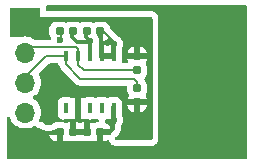
<source format=gbr>
G04 #@! TF.GenerationSoftware,KiCad,Pcbnew,8.0.5*
G04 #@! TF.CreationDate,2024-09-09T15:46:43-04:00*
G04 #@! TF.ProjectId,pi_max31328,70695f6d-6178-4333-9133-32382e6b6963,rev?*
G04 #@! TF.SameCoordinates,Original*
G04 #@! TF.FileFunction,Copper,L1,Top*
G04 #@! TF.FilePolarity,Positive*
%FSLAX46Y46*%
G04 Gerber Fmt 4.6, Leading zero omitted, Abs format (unit mm)*
G04 Created by KiCad (PCBNEW 8.0.5) date 2024-09-09 15:46:43*
%MOMM*%
%LPD*%
G01*
G04 APERTURE LIST*
G04 Aperture macros list*
%AMRoundRect*
0 Rectangle with rounded corners*
0 $1 Rounding radius*
0 $2 $3 $4 $5 $6 $7 $8 $9 X,Y pos of 4 corners*
0 Add a 4 corners polygon primitive as box body*
4,1,4,$2,$3,$4,$5,$6,$7,$8,$9,$2,$3,0*
0 Add four circle primitives for the rounded corners*
1,1,$1+$1,$2,$3*
1,1,$1+$1,$4,$5*
1,1,$1+$1,$6,$7*
1,1,$1+$1,$8,$9*
0 Add four rect primitives between the rounded corners*
20,1,$1+$1,$2,$3,$4,$5,0*
20,1,$1+$1,$4,$5,$6,$7,0*
20,1,$1+$1,$6,$7,$8,$9,0*
20,1,$1+$1,$8,$9,$2,$3,0*%
G04 Aperture macros list end*
G04 #@! TA.AperFunction,SMDPad,CuDef*
%ADD10RoundRect,0.160000X-0.160000X0.197500X-0.160000X-0.197500X0.160000X-0.197500X0.160000X0.197500X0*%
G04 #@! TD*
G04 #@! TA.AperFunction,SMDPad,CuDef*
%ADD11RoundRect,0.160000X0.160000X-0.197500X0.160000X0.197500X-0.160000X0.197500X-0.160000X-0.197500X0*%
G04 #@! TD*
G04 #@! TA.AperFunction,SMDPad,CuDef*
%ADD12RoundRect,0.155000X-0.212500X-0.155000X0.212500X-0.155000X0.212500X0.155000X-0.212500X0.155000X0*%
G04 #@! TD*
G04 #@! TA.AperFunction,SMDPad,CuDef*
%ADD13RoundRect,0.155000X0.212500X0.155000X-0.212500X0.155000X-0.212500X-0.155000X0.212500X-0.155000X0*%
G04 #@! TD*
G04 #@! TA.AperFunction,ComponentPad*
%ADD14R,1.700000X1.700000*%
G04 #@! TD*
G04 #@! TA.AperFunction,ComponentPad*
%ADD15O,1.700000X1.700000*%
G04 #@! TD*
G04 #@! TA.AperFunction,SMDPad,CuDef*
%ADD16R,0.450000X0.875000*%
G04 #@! TD*
G04 #@! TA.AperFunction,ViaPad*
%ADD17C,0.600000*%
G04 #@! TD*
G04 #@! TA.AperFunction,Conductor*
%ADD18C,0.200000*%
G04 #@! TD*
G04 #@! TA.AperFunction,Conductor*
%ADD19C,0.300000*%
G04 #@! TD*
G04 APERTURE END LIST*
D10*
G04 #@! TO.P,R1,2*
G04 #@! TO.N,/VCC*
X27500000Y-28697500D03*
G04 #@! TO.P,R1,1*
G04 #@! TO.N,/SCL*
X27500000Y-27502500D03*
G04 #@! TD*
D11*
G04 #@! TO.P,R2,2*
G04 #@! TO.N,/VCC*
X27500000Y-24802500D03*
G04 #@! TO.P,R2,1*
G04 #@! TO.N,/SDA*
X27500000Y-25997500D03*
G04 #@! TD*
D12*
G04 #@! TO.P,C1,1*
G04 #@! TO.N,/VCC*
X23232500Y-31200000D03*
G04 #@! TO.P,C1,2*
G04 #@! TO.N,/GND*
X24367500Y-31200000D03*
G04 #@! TD*
D13*
G04 #@! TO.P,C2,1*
G04 #@! TO.N,/VCC*
X22067500Y-31200000D03*
G04 #@! TO.P,C2,2*
G04 #@! TO.N,/GND*
X20932500Y-31200000D03*
G04 #@! TD*
G04 #@! TO.P,C4,1*
G04 #@! TO.N,/VBAT*
X22067500Y-22700000D03*
G04 #@! TO.P,C4,2*
G04 #@! TO.N,/GND*
X20932500Y-22700000D03*
G04 #@! TD*
D12*
G04 #@! TO.P,C3,1*
G04 #@! TO.N,/VBAT*
X23232500Y-22700000D03*
G04 #@! TO.P,C3,2*
G04 #@! TO.N,/GND*
X24367500Y-22700000D03*
G04 #@! TD*
D14*
G04 #@! TO.P,J1,1*
G04 #@! TO.N,/VCC*
X18025000Y-21950000D03*
D15*
G04 #@! TO.P,J1,2*
G04 #@! TO.N,/SDA*
X18025000Y-24490000D03*
G04 #@! TO.P,J1,3*
G04 #@! TO.N,/SCL*
X18025000Y-27030000D03*
G04 #@! TO.P,J1,4*
G04 #@! TO.N,unconnected-(J1-Pad4)*
X18025000Y-29570000D03*
G04 #@! TO.P,J1,5*
G04 #@! TO.N,/GND*
X18025000Y-32110000D03*
G04 #@! TD*
D16*
G04 #@! TO.P,U1,1,32KHZ*
G04 #@! TO.N,unconnected-(U1-32KHZ-Pad1)*
X21500000Y-29212000D03*
G04 #@! TO.P,U1,2,VCC*
G04 #@! TO.N,/VCC*
X22500000Y-29212000D03*
G04 #@! TO.P,U1,3,~{INT}/SQW*
G04 #@! TO.N,unconnected-(U1-~{INT}{slash}SQW-Pad3)*
X23500000Y-29212000D03*
G04 #@! TO.P,U1,4,~{RST}*
G04 #@! TO.N,unconnected-(U1-~{RST}-Pad4)*
X24500000Y-29212000D03*
G04 #@! TO.P,U1,5,N.C._1*
G04 #@! TO.N,/GND*
X25500000Y-29212000D03*
G04 #@! TO.P,U1,6,N.C._2*
X25500000Y-24787000D03*
G04 #@! TO.P,U1,7,GND*
X24500000Y-24787000D03*
G04 #@! TO.P,U1,8,VBAT*
G04 #@! TO.N,/VBAT*
X23500000Y-24787000D03*
G04 #@! TO.P,U1,9,SDA*
G04 #@! TO.N,/SDA*
X22500000Y-24787000D03*
G04 #@! TO.P,U1,10,SCL*
G04 #@! TO.N,/SCL*
X21500000Y-24787000D03*
G04 #@! TD*
D17*
G04 #@! TO.N,/VBAT*
X23500000Y-23500000D03*
G04 #@! TO.N,/GND*
X25500000Y-30200000D03*
X21000000Y-23449500D03*
X25500000Y-23800000D03*
G04 #@! TD*
D18*
G04 #@! TO.N,/GND*
X25500000Y-31000000D02*
X25500000Y-30200000D01*
X25300000Y-31200000D02*
X25500000Y-31000000D01*
X24180000Y-31200000D02*
X25300000Y-31200000D01*
X18935000Y-31200000D02*
X18025000Y-32110000D01*
X21020000Y-31200000D02*
X18935000Y-31200000D01*
X25500000Y-23800000D02*
X25500000Y-23600000D01*
X25500000Y-23600000D02*
X24600000Y-22700000D01*
X24600000Y-22700000D02*
X24180000Y-22700000D01*
D19*
G04 #@! TO.N,/VBAT*
X23200000Y-23200000D02*
X23200000Y-22720000D01*
X23500000Y-23500000D02*
X23200000Y-23200000D01*
X23220000Y-22700000D02*
X23200000Y-22720000D01*
X22400000Y-23600000D02*
X21980000Y-23180000D01*
X21980000Y-23180000D02*
X21980000Y-22700000D01*
X23400000Y-23600000D02*
X22400000Y-23600000D01*
X23500000Y-23500000D02*
X23400000Y-23600000D01*
D18*
G04 #@! TO.N,/SDA*
X22500000Y-25512250D02*
X22500000Y-24787000D01*
X22997750Y-26010000D02*
X22500000Y-25512250D01*
X27500000Y-26010000D02*
X22997750Y-26010000D01*
G04 #@! TO.N,/SCL*
X27200000Y-26700000D02*
X27500000Y-27000000D01*
X21500000Y-24999500D02*
X21500000Y-25500000D01*
X21500000Y-25500000D02*
X22700000Y-26700000D01*
X22700000Y-26700000D02*
X27200000Y-26700000D01*
X27500000Y-27000000D02*
X27500000Y-27490000D01*
G04 #@! TO.N,/GND*
X25500000Y-30200000D02*
X25500000Y-29500000D01*
G04 #@! TO.N,/SDA*
X22349500Y-24049500D02*
X18465500Y-24049500D01*
X22500000Y-24200000D02*
X22349500Y-24049500D01*
X22500000Y-24574500D02*
X22500000Y-24200000D01*
G04 #@! TO.N,/SCL*
X19813000Y-24787000D02*
X18025000Y-26575000D01*
X21500000Y-24787000D02*
X19813000Y-24787000D01*
G04 #@! TO.N,/GND*
X25500000Y-29576514D02*
X25500000Y-29212000D01*
D19*
G04 #@! TO.N,/VBAT*
X23500000Y-23500000D02*
X23500000Y-24787000D01*
D18*
G04 #@! TO.N,/GND*
X21020000Y-23429500D02*
X21020000Y-22700000D01*
X21000000Y-23449500D02*
X21020000Y-23429500D01*
G04 #@! TD*
G04 #@! TA.AperFunction,Conductor*
G04 #@! TO.N,/VCC*
G36*
X28743039Y-21519685D02*
G01*
X28788794Y-21572489D01*
X28800000Y-21624000D01*
X28800000Y-31776000D01*
X28780315Y-31843039D01*
X28727511Y-31888794D01*
X28676000Y-31900000D01*
X25747977Y-31900000D01*
X25680938Y-31880315D01*
X25635183Y-31827511D01*
X25625239Y-31758353D01*
X25654264Y-31694797D01*
X25663137Y-31686437D01*
X25662968Y-31686268D01*
X25668716Y-31680520D01*
X25780520Y-31568716D01*
X25780520Y-31568714D01*
X25980520Y-31368716D01*
X26059577Y-31231784D01*
X26100501Y-31079057D01*
X26100501Y-30920942D01*
X26100501Y-30913347D01*
X26100500Y-30913329D01*
X26100500Y-30782412D01*
X26120185Y-30715373D01*
X26127555Y-30705097D01*
X26129810Y-30702267D01*
X26129816Y-30702262D01*
X26225789Y-30549522D01*
X26285368Y-30379255D01*
X26285369Y-30379249D01*
X26305565Y-30200003D01*
X26305565Y-30199996D01*
X26285369Y-30020750D01*
X26285368Y-30020745D01*
X26280575Y-30007047D01*
X26225789Y-29850478D01*
X26225785Y-29850471D01*
X26225299Y-29849462D01*
X26225179Y-29848735D01*
X26223489Y-29843905D01*
X26224334Y-29843609D01*
X26213939Y-29780522D01*
X26217819Y-29764652D01*
X26217307Y-29764531D01*
X26219088Y-29756989D01*
X26219091Y-29756983D01*
X26225500Y-29697373D01*
X26225499Y-28948337D01*
X26680000Y-28948337D01*
X26686043Y-29014843D01*
X26733724Y-29167859D01*
X26733726Y-29167863D01*
X26816639Y-29305019D01*
X26816642Y-29305023D01*
X26929976Y-29418357D01*
X26929980Y-29418360D01*
X27067136Y-29501273D01*
X27067138Y-29501274D01*
X27220155Y-29548956D01*
X27220161Y-29548958D01*
X27249999Y-29551668D01*
X27250000Y-29551668D01*
X27750000Y-29551668D01*
X27779838Y-29548958D01*
X27779844Y-29548956D01*
X27932861Y-29501274D01*
X27932863Y-29501273D01*
X28070019Y-29418360D01*
X28070023Y-29418357D01*
X28183357Y-29305023D01*
X28183360Y-29305019D01*
X28266273Y-29167863D01*
X28266275Y-29167859D01*
X28313956Y-29014843D01*
X28320000Y-28948337D01*
X28320000Y-28947500D01*
X27750000Y-28947500D01*
X27750000Y-29551668D01*
X27250000Y-29551668D01*
X27250000Y-28947500D01*
X26680000Y-28947500D01*
X26680000Y-28948337D01*
X26225499Y-28948337D01*
X26225499Y-28726628D01*
X26219091Y-28667017D01*
X26168796Y-28532169D01*
X26168795Y-28532168D01*
X26168793Y-28532164D01*
X26082547Y-28416955D01*
X26082544Y-28416952D01*
X25967335Y-28330706D01*
X25967328Y-28330702D01*
X25832486Y-28280410D01*
X25832485Y-28280409D01*
X25832483Y-28280409D01*
X25772873Y-28274000D01*
X25772863Y-28274000D01*
X25227129Y-28274000D01*
X25227123Y-28274001D01*
X25167516Y-28280408D01*
X25043333Y-28326726D01*
X24973641Y-28331710D01*
X24956667Y-28326726D01*
X24832486Y-28280410D01*
X24832485Y-28280409D01*
X24832483Y-28280409D01*
X24772873Y-28274000D01*
X24772863Y-28274000D01*
X24227129Y-28274000D01*
X24227123Y-28274001D01*
X24167516Y-28280408D01*
X24043333Y-28326726D01*
X23973641Y-28331710D01*
X23956667Y-28326726D01*
X23832486Y-28280410D01*
X23832485Y-28280409D01*
X23832483Y-28280409D01*
X23772873Y-28274000D01*
X23772863Y-28274000D01*
X23227129Y-28274000D01*
X23227123Y-28274001D01*
X23167515Y-28280409D01*
X23042617Y-28326992D01*
X22972926Y-28331976D01*
X22955952Y-28326992D01*
X22832380Y-28280903D01*
X22832372Y-28280901D01*
X22772844Y-28274500D01*
X22725000Y-28274500D01*
X22725000Y-30149500D01*
X22772828Y-30149500D01*
X22772844Y-30149499D01*
X22832372Y-30143098D01*
X22832376Y-30143097D01*
X22955951Y-30097006D01*
X23025643Y-30092022D01*
X23042605Y-30097001D01*
X23155390Y-30139067D01*
X23166192Y-30143097D01*
X23167517Y-30143591D01*
X23227127Y-30150000D01*
X23423139Y-30149999D01*
X23490177Y-30169683D01*
X23503241Y-30184760D01*
X23516066Y-30169875D01*
X23583049Y-30150000D01*
X23583280Y-30149999D01*
X23772872Y-30149999D01*
X23832483Y-30143591D01*
X23956668Y-30097272D01*
X24026357Y-30092288D01*
X24043324Y-30097270D01*
X24128661Y-30129099D01*
X24167508Y-30143588D01*
X24167510Y-30143588D01*
X24167517Y-30143591D01*
X24167523Y-30143591D01*
X24172726Y-30144821D01*
X24233445Y-30179390D01*
X24265835Y-30241298D01*
X24259614Y-30310890D01*
X24216755Y-30366071D01*
X24150868Y-30389322D01*
X24144222Y-30389500D01*
X24088810Y-30389500D01*
X24088784Y-30389501D01*
X24051641Y-30392424D01*
X23892604Y-30438628D01*
X23892596Y-30438631D01*
X23862627Y-30456355D01*
X23794903Y-30473536D01*
X23736389Y-30456355D01*
X23707199Y-30439093D01*
X23707194Y-30439090D01*
X23548808Y-30393075D01*
X23506465Y-30366034D01*
X23482500Y-30390000D01*
X23482500Y-31326000D01*
X23462815Y-31393039D01*
X23410011Y-31438794D01*
X23358500Y-31450000D01*
X21941500Y-31450000D01*
X21874461Y-31430315D01*
X21828706Y-31377511D01*
X21817500Y-31326000D01*
X21817500Y-30390000D01*
X22317500Y-30390000D01*
X22317500Y-30950000D01*
X22982500Y-30950000D01*
X22982500Y-30390000D01*
X22953842Y-30390000D01*
X22916722Y-30392921D01*
X22916716Y-30392922D01*
X22757805Y-30439091D01*
X22757804Y-30439091D01*
X22713120Y-30465517D01*
X22645396Y-30482698D01*
X22586880Y-30465517D01*
X22542195Y-30439091D01*
X22383283Y-30392922D01*
X22383277Y-30392921D01*
X22346157Y-30390000D01*
X22333862Y-30390000D01*
X22321213Y-30386286D01*
X22317500Y-30390000D01*
X21817500Y-30390000D01*
X21802464Y-30374964D01*
X21786742Y-30370347D01*
X21751532Y-30392976D01*
X21751192Y-30393075D01*
X21592805Y-30439091D01*
X21592800Y-30439093D01*
X21563609Y-30456356D01*
X21495884Y-30473536D01*
X21437369Y-30456354D01*
X21410022Y-30440181D01*
X21407400Y-30438630D01*
X21407399Y-30438629D01*
X21407398Y-30438629D01*
X21407395Y-30438627D01*
X21250603Y-30393075D01*
X21211321Y-30367989D01*
X21150858Y-30389322D01*
X21144217Y-30389500D01*
X20653809Y-30389500D01*
X20653784Y-30389501D01*
X20616645Y-30392423D01*
X20457599Y-30438630D01*
X20315049Y-30522934D01*
X20315040Y-30522941D01*
X20274803Y-30563180D01*
X20213480Y-30596666D01*
X20187121Y-30599500D01*
X19763516Y-30599500D01*
X19696477Y-30579815D01*
X19682313Y-30569212D01*
X19573299Y-30474750D01*
X19573297Y-30474748D01*
X19573294Y-30474746D01*
X19573290Y-30474744D01*
X19442419Y-30414976D01*
X19442414Y-30414975D01*
X19306604Y-30395449D01*
X19243048Y-30366424D01*
X19205274Y-30307646D01*
X19205274Y-30237776D01*
X19211866Y-30220313D01*
X19298903Y-30033663D01*
X19360063Y-29805408D01*
X19380659Y-29570000D01*
X19360063Y-29334592D01*
X19298903Y-29106337D01*
X19199035Y-28892171D01*
X19083127Y-28726635D01*
X20774500Y-28726635D01*
X20774500Y-29697370D01*
X20774501Y-29697376D01*
X20780908Y-29756983D01*
X20831202Y-29891828D01*
X20831206Y-29891835D01*
X20917452Y-30007044D01*
X20917455Y-30007047D01*
X21032664Y-30093293D01*
X21032671Y-30093297D01*
X21167517Y-30143591D01*
X21172730Y-30144823D01*
X21217487Y-30170308D01*
X21217861Y-30169875D01*
X21284844Y-30150000D01*
X21284881Y-30149999D01*
X21716597Y-30149999D01*
X21783523Y-30169651D01*
X21818734Y-30147023D01*
X21825152Y-30145324D01*
X21832476Y-30143593D01*
X21832480Y-30143591D01*
X21832483Y-30143591D01*
X21957384Y-30097005D01*
X22027073Y-30092022D01*
X22044049Y-30097006D01*
X22167623Y-30143097D01*
X22167627Y-30143098D01*
X22227155Y-30149499D01*
X22227172Y-30149500D01*
X22258638Y-30149500D01*
X22271286Y-30153213D01*
X22275000Y-30149500D01*
X22275000Y-28274500D01*
X22227155Y-28274500D01*
X22167627Y-28280901D01*
X22167619Y-28280903D01*
X22044046Y-28326993D01*
X21974354Y-28331977D01*
X21957389Y-28326996D01*
X21885009Y-28300000D01*
X21832485Y-28280409D01*
X21822548Y-28279340D01*
X21772873Y-28274000D01*
X21772863Y-28274000D01*
X21227129Y-28274000D01*
X21227123Y-28274001D01*
X21167516Y-28280408D01*
X21032671Y-28330702D01*
X21032664Y-28330706D01*
X20917455Y-28416952D01*
X20917452Y-28416955D01*
X20831206Y-28532164D01*
X20831202Y-28532171D01*
X20780908Y-28667017D01*
X20777513Y-28698599D01*
X20774501Y-28726623D01*
X20774500Y-28726635D01*
X19083127Y-28726635D01*
X19083121Y-28726627D01*
X19063494Y-28698597D01*
X18896402Y-28531506D01*
X18896396Y-28531501D01*
X18710842Y-28401575D01*
X18667217Y-28346998D01*
X18660023Y-28277500D01*
X18691546Y-28215145D01*
X18710842Y-28198425D01*
X18855580Y-28097078D01*
X18896401Y-28068495D01*
X19063495Y-27901401D01*
X19199035Y-27707830D01*
X19298903Y-27493663D01*
X19360063Y-27265408D01*
X19380659Y-27030000D01*
X19360063Y-26794592D01*
X19298903Y-26566337D01*
X19203299Y-26361316D01*
X19192808Y-26292241D01*
X19221328Y-26228457D01*
X19227987Y-26221246D01*
X20025416Y-25423819D01*
X20086739Y-25390334D01*
X20113097Y-25387500D01*
X20715521Y-25387500D01*
X20782560Y-25407185D01*
X20828315Y-25459989D01*
X20830979Y-25466419D01*
X20831203Y-25466830D01*
X20876706Y-25527613D01*
X20894748Y-25571915D01*
X20897396Y-25571206D01*
X20899499Y-25579054D01*
X20899499Y-25579057D01*
X20940423Y-25731785D01*
X20947495Y-25744034D01*
X21019477Y-25868712D01*
X21019481Y-25868717D01*
X21138349Y-25987585D01*
X21138355Y-25987590D01*
X22215139Y-27064374D01*
X22215149Y-27064385D01*
X22219479Y-27068715D01*
X22219480Y-27068716D01*
X22331284Y-27180520D01*
X22418095Y-27230639D01*
X22418097Y-27230641D01*
X22468213Y-27259576D01*
X22468215Y-27259577D01*
X22620942Y-27300500D01*
X22620943Y-27300500D01*
X26555500Y-27300500D01*
X26622539Y-27320185D01*
X26668294Y-27372989D01*
X26679500Y-27424500D01*
X26679500Y-27753388D01*
X26685546Y-27819926D01*
X26685548Y-27819933D01*
X26733265Y-27973066D01*
X26733267Y-27973070D01*
X26771511Y-28036334D01*
X26789347Y-28103889D01*
X26771512Y-28164632D01*
X26733724Y-28227141D01*
X26686043Y-28380156D01*
X26680000Y-28446662D01*
X26680000Y-28447500D01*
X28320000Y-28447500D01*
X28320000Y-28446662D01*
X28313956Y-28380156D01*
X28266275Y-28227140D01*
X28228488Y-28164633D01*
X28210652Y-28097078D01*
X28228488Y-28036334D01*
X28266733Y-27973069D01*
X28314452Y-27819933D01*
X28320500Y-27753381D01*
X28320499Y-27251620D01*
X28320499Y-27251611D01*
X28314453Y-27185073D01*
X28314452Y-27185070D01*
X28314452Y-27185067D01*
X28266733Y-27031931D01*
X28265565Y-27029999D01*
X28183757Y-26894670D01*
X28183756Y-26894669D01*
X28183754Y-26894667D01*
X28183753Y-26894665D01*
X28126768Y-26837680D01*
X28093284Y-26776356D01*
X28098269Y-26706665D01*
X28126765Y-26662322D01*
X28183753Y-26605335D01*
X28266733Y-26468069D01*
X28314452Y-26314933D01*
X28320500Y-26248381D01*
X28320499Y-25746620D01*
X28320499Y-25746611D01*
X28314453Y-25680073D01*
X28314452Y-25680070D01*
X28314452Y-25680067D01*
X28280530Y-25571206D01*
X28266734Y-25526933D01*
X28266732Y-25526929D01*
X28228488Y-25463665D01*
X28210652Y-25396111D01*
X28228489Y-25335365D01*
X28266273Y-25272862D01*
X28313957Y-25119838D01*
X28320000Y-25053337D01*
X28320000Y-25052500D01*
X26680000Y-25052500D01*
X26680000Y-25053337D01*
X26686042Y-25119838D01*
X26726169Y-25248610D01*
X26727319Y-25318470D01*
X26690518Y-25377863D01*
X26627449Y-25407931D01*
X26607783Y-25409500D01*
X26348803Y-25409500D01*
X26281764Y-25389815D01*
X26236009Y-25337011D01*
X26226075Y-25275721D01*
X26225564Y-25275694D01*
X26225500Y-25275694D01*
X26225499Y-25275690D01*
X26225322Y-25275681D01*
X26225497Y-25272400D01*
X26225500Y-25272373D01*
X26225499Y-24551662D01*
X26680000Y-24551662D01*
X26680000Y-24552500D01*
X27250000Y-24552500D01*
X27750000Y-24552500D01*
X28320000Y-24552500D01*
X28320000Y-24551662D01*
X28313956Y-24485156D01*
X28266275Y-24332140D01*
X28266273Y-24332136D01*
X28183360Y-24194980D01*
X28183357Y-24194976D01*
X28070023Y-24081642D01*
X28070019Y-24081639D01*
X27932863Y-23998726D01*
X27932859Y-23998724D01*
X27779843Y-23951043D01*
X27779844Y-23951043D01*
X27750000Y-23948331D01*
X27750000Y-24552500D01*
X27250000Y-24552500D01*
X27250000Y-23948331D01*
X27220155Y-23951043D01*
X27067140Y-23998724D01*
X27067136Y-23998726D01*
X26929980Y-24081639D01*
X26929976Y-24081642D01*
X26816642Y-24194976D01*
X26816639Y-24194980D01*
X26733726Y-24332136D01*
X26733724Y-24332140D01*
X26686043Y-24485156D01*
X26680000Y-24551662D01*
X26225499Y-24551662D01*
X26225499Y-24301628D01*
X26219091Y-24242017D01*
X26219091Y-24242016D01*
X26217307Y-24234466D01*
X26220083Y-24233809D01*
X26216055Y-24177568D01*
X26225507Y-24150106D01*
X26225785Y-24149528D01*
X26225789Y-24149522D01*
X26249542Y-24081639D01*
X26285366Y-23979262D01*
X26285369Y-23979249D01*
X26305565Y-23800003D01*
X26305565Y-23799996D01*
X26285369Y-23620750D01*
X26285368Y-23620745D01*
X26225788Y-23450476D01*
X26142104Y-23317295D01*
X26129816Y-23297738D01*
X26002262Y-23170184D01*
X25849524Y-23074212D01*
X25849525Y-23074212D01*
X25847507Y-23073506D01*
X25836119Y-23069521D01*
X25789397Y-23040162D01*
X25268485Y-22519250D01*
X25235000Y-22457927D01*
X25232699Y-22442315D01*
X25232578Y-22441652D01*
X25232576Y-22441646D01*
X25232576Y-22441642D01*
X25186370Y-22282600D01*
X25102063Y-22140046D01*
X25102061Y-22140044D01*
X25102058Y-22140040D01*
X24984959Y-22022941D01*
X24984950Y-22022934D01*
X24842398Y-21938629D01*
X24842395Y-21938628D01*
X24683362Y-21892424D01*
X24683356Y-21892423D01*
X24646203Y-21889500D01*
X24088809Y-21889500D01*
X24088784Y-21889501D01*
X24051645Y-21892423D01*
X23892598Y-21938630D01*
X23863119Y-21956064D01*
X23795394Y-21973245D01*
X23736881Y-21956064D01*
X23707400Y-21938630D01*
X23707395Y-21938628D01*
X23548362Y-21892424D01*
X23548356Y-21892423D01*
X23511203Y-21889500D01*
X22953809Y-21889500D01*
X22953784Y-21889501D01*
X22916645Y-21892423D01*
X22757600Y-21938630D01*
X22713120Y-21964935D01*
X22645395Y-21982116D01*
X22586880Y-21964935D01*
X22558883Y-21948378D01*
X22542400Y-21938630D01*
X22542398Y-21938629D01*
X22542396Y-21938628D01*
X22383362Y-21892424D01*
X22383356Y-21892423D01*
X22346203Y-21889500D01*
X21788809Y-21889500D01*
X21788784Y-21889501D01*
X21751645Y-21892423D01*
X21592598Y-21938630D01*
X21563119Y-21956064D01*
X21495394Y-21973245D01*
X21436881Y-21956064D01*
X21407400Y-21938630D01*
X21407395Y-21938628D01*
X21248362Y-21892424D01*
X21248356Y-21892423D01*
X21211203Y-21889500D01*
X20653809Y-21889500D01*
X20653784Y-21889501D01*
X20616645Y-21892423D01*
X20457599Y-21938630D01*
X20315049Y-22022934D01*
X20315040Y-22022941D01*
X20197941Y-22140040D01*
X20197934Y-22140049D01*
X20113629Y-22282601D01*
X20113628Y-22282604D01*
X20067424Y-22441637D01*
X20067423Y-22441643D01*
X20064500Y-22478789D01*
X20064500Y-22921190D01*
X20064501Y-22921215D01*
X20067423Y-22958354D01*
X20113630Y-23117400D01*
X20191796Y-23249571D01*
X20208979Y-23317295D01*
X20208285Y-23326568D01*
X20206899Y-23338876D01*
X20179836Y-23403292D01*
X20122244Y-23442850D01*
X20083678Y-23449000D01*
X18931921Y-23449000D01*
X18864882Y-23429315D01*
X18860798Y-23426575D01*
X18702831Y-23315965D01*
X18702829Y-23315964D01*
X18560448Y-23249571D01*
X18488663Y-23216097D01*
X18488659Y-23216096D01*
X18488655Y-23216094D01*
X18428590Y-23200000D01*
X19300000Y-23200000D01*
X19300000Y-21500000D01*
X28676000Y-21500000D01*
X28743039Y-21519685D01*
G37*
G04 #@! TD.AperFunction*
G04 #@! TD*
G04 #@! TA.AperFunction,Conductor*
G04 #@! TO.N,/GND*
G36*
X36742539Y-20520185D02*
G01*
X36788294Y-20572989D01*
X36799500Y-20624500D01*
X36799500Y-33375500D01*
X36779815Y-33442539D01*
X36727011Y-33488294D01*
X36675500Y-33499500D01*
X16624500Y-33499500D01*
X16557461Y-33479815D01*
X16511706Y-33427011D01*
X16500500Y-33375500D01*
X16500500Y-30040296D01*
X16520185Y-29973257D01*
X16572989Y-29927502D01*
X16642147Y-29917558D01*
X16705703Y-29946583D01*
X16743477Y-30005361D01*
X16744275Y-30008204D01*
X16751093Y-30033653D01*
X16751096Y-30033660D01*
X16751097Y-30033663D01*
X16828661Y-30199999D01*
X16850965Y-30247830D01*
X16850967Y-30247834D01*
X16926635Y-30355898D01*
X16986505Y-30441401D01*
X17153599Y-30608495D01*
X17250219Y-30676149D01*
X17347165Y-30744032D01*
X17347167Y-30744033D01*
X17347170Y-30744035D01*
X17561337Y-30843903D01*
X17770696Y-30900000D01*
X16700000Y-30900000D01*
X16700000Y-31000000D01*
X16700000Y-33400000D01*
X19300000Y-33400000D01*
X19300000Y-31450000D01*
X20067270Y-31450000D01*
X20067921Y-31458281D01*
X20114090Y-31617194D01*
X20114092Y-31617197D01*
X20198333Y-31759642D01*
X20198339Y-31759650D01*
X20315349Y-31876660D01*
X20315357Y-31876666D01*
X20457802Y-31960907D01*
X20457805Y-31960908D01*
X20616716Y-32007077D01*
X20616722Y-32007078D01*
X20653842Y-32009999D01*
X20653858Y-32010000D01*
X20682500Y-32010000D01*
X20682500Y-31450000D01*
X20067270Y-31450000D01*
X19300000Y-31450000D01*
X19300000Y-30917170D01*
X19325280Y-30928714D01*
X19351279Y-30951242D01*
X19379379Y-30973886D01*
X19379386Y-30973891D01*
X19379387Y-30973892D01*
X19393547Y-30984492D01*
X19423175Y-31005064D01*
X19423178Y-31005066D01*
X19423180Y-31005067D01*
X19554057Y-31064838D01*
X19621096Y-31084523D01*
X19621100Y-31084524D01*
X19763516Y-31105000D01*
X19763519Y-31105000D01*
X20187122Y-31105000D01*
X20194184Y-31104621D01*
X20241159Y-31102103D01*
X20241165Y-31102102D01*
X20241171Y-31102102D01*
X20249945Y-31101158D01*
X20267518Y-31099269D01*
X20320939Y-31090612D01*
X20455747Y-31040329D01*
X20515141Y-31007896D01*
X20516593Y-31007136D01*
X20517049Y-31006854D01*
X20517070Y-31006843D01*
X20517074Y-31006841D01*
X20559960Y-30974735D01*
X20625423Y-30950316D01*
X20634273Y-30950000D01*
X21058500Y-30950000D01*
X21125539Y-30969685D01*
X21171294Y-31022489D01*
X21182500Y-31074000D01*
X21182500Y-32010000D01*
X21211142Y-32010000D01*
X21211157Y-32009999D01*
X21248277Y-32007078D01*
X21248283Y-32007077D01*
X21407194Y-31960908D01*
X21407202Y-31960905D01*
X21436386Y-31943646D01*
X21504109Y-31926462D01*
X21562628Y-31943644D01*
X21592600Y-31961370D01*
X21634541Y-31973555D01*
X21751637Y-32007575D01*
X21751640Y-32007575D01*
X21751642Y-32007576D01*
X21788797Y-32010500D01*
X22346202Y-32010499D01*
X22383358Y-32007576D01*
X22542397Y-31961371D01*
X22545657Y-31960424D01*
X22580252Y-31955500D01*
X22719748Y-31955500D01*
X22754343Y-31960424D01*
X22916637Y-32007575D01*
X22916640Y-32007575D01*
X22916642Y-32007576D01*
X22953797Y-32010500D01*
X23511202Y-32010499D01*
X23548358Y-32007576D01*
X23707400Y-31961370D01*
X23737369Y-31943645D01*
X23805088Y-31926461D01*
X23863613Y-31943645D01*
X23892800Y-31960906D01*
X23892805Y-31960908D01*
X24051716Y-32007077D01*
X24051722Y-32007078D01*
X24088842Y-32009999D01*
X24088858Y-32010000D01*
X24117500Y-32010000D01*
X24117500Y-31074000D01*
X24137185Y-31006961D01*
X24189989Y-30961206D01*
X24241500Y-30950000D01*
X25232730Y-30950000D01*
X25232078Y-30941718D01*
X25185909Y-30782805D01*
X25185907Y-30782802D01*
X25101666Y-30640357D01*
X25101660Y-30640349D01*
X24984650Y-30523339D01*
X24984642Y-30523333D01*
X24842193Y-30439090D01*
X24841126Y-30438628D01*
X24840422Y-30438042D01*
X24835484Y-30435122D01*
X24835955Y-30434325D01*
X24787420Y-30393936D01*
X24766402Y-30327302D01*
X24766869Y-30313796D01*
X24769327Y-30286306D01*
X24767939Y-30260470D01*
X24784000Y-30192477D01*
X24834274Y-30143956D01*
X24848415Y-30137648D01*
X24957384Y-30097005D01*
X25027074Y-30092022D01*
X25044049Y-30097006D01*
X25167623Y-30143097D01*
X25167627Y-30143098D01*
X25227155Y-30149499D01*
X25227172Y-30149500D01*
X25275000Y-30149500D01*
X25275000Y-29111000D01*
X25294685Y-29043961D01*
X25347489Y-28998206D01*
X25399000Y-28987000D01*
X25595999Y-28987000D01*
X25663038Y-29006685D01*
X25708793Y-29059489D01*
X25719999Y-29111000D01*
X25719999Y-29663632D01*
X25719287Y-29676897D01*
X25718913Y-29680373D01*
X25717599Y-29689430D01*
X25712215Y-29718848D01*
X25712214Y-29718860D01*
X25715165Y-29862706D01*
X25723350Y-29912380D01*
X25725000Y-29932540D01*
X25725000Y-30149500D01*
X25747843Y-30172343D01*
X25781328Y-30233666D01*
X25777203Y-30300980D01*
X25772080Y-30315620D01*
X25760033Y-30340636D01*
X25713649Y-30414456D01*
X25710291Y-30419456D01*
X25710297Y-30419460D01*
X25709545Y-30420565D01*
X25709453Y-30420704D01*
X25709432Y-30420732D01*
X25699671Y-30435101D01*
X25696962Y-30439090D01*
X25694932Y-30442078D01*
X25635163Y-30572949D01*
X25615476Y-30639994D01*
X25595000Y-30782413D01*
X25595000Y-30915051D01*
X25595001Y-30915086D01*
X25595001Y-30987986D01*
X25575316Y-31055025D01*
X25558682Y-31075667D01*
X25421502Y-31212847D01*
X25305516Y-31328835D01*
X25305477Y-31328881D01*
X25301292Y-31333468D01*
X25272234Y-31363762D01*
X25272228Y-31363769D01*
X25268349Y-31369804D01*
X25259214Y-31382007D01*
X25258298Y-31383327D01*
X25258295Y-31383330D01*
X25258294Y-31383333D01*
X25257146Y-31385434D01*
X25256129Y-31386451D01*
X25254511Y-31388783D01*
X25254089Y-31388490D01*
X25207741Y-31434835D01*
X25148319Y-31450000D01*
X24617500Y-31450000D01*
X24617500Y-32010000D01*
X24646142Y-32010000D01*
X24646157Y-32009999D01*
X24683277Y-32007078D01*
X24683283Y-32007077D01*
X24842194Y-31960908D01*
X24842197Y-31960907D01*
X24969713Y-31885495D01*
X25037437Y-31868312D01*
X25103699Y-31890472D01*
X25147463Y-31944938D01*
X25151811Y-31957291D01*
X25175364Y-32037503D01*
X25175366Y-32037507D01*
X25253148Y-32158537D01*
X25253156Y-32158548D01*
X25298900Y-32211340D01*
X25298903Y-32211343D01*
X25298907Y-32211347D01*
X25407641Y-32305567D01*
X25407644Y-32305568D01*
X25407645Y-32305569D01*
X25501902Y-32348616D01*
X25538518Y-32365338D01*
X25605557Y-32385023D01*
X25605561Y-32385024D01*
X25747977Y-32405500D01*
X25747980Y-32405500D01*
X28675990Y-32405500D01*
X28676000Y-32405500D01*
X28783456Y-32393947D01*
X28834967Y-32382741D01*
X28869197Y-32371347D01*
X28937497Y-32348616D01*
X28937501Y-32348613D01*
X28937504Y-32348613D01*
X29058543Y-32270825D01*
X29111347Y-32225070D01*
X29205567Y-32116336D01*
X29265338Y-31985459D01*
X29285023Y-31918420D01*
X29285024Y-31918416D01*
X29305500Y-31776000D01*
X29305500Y-21624000D01*
X29293947Y-21516544D01*
X29282741Y-21465033D01*
X29282637Y-21464722D01*
X29248616Y-21362502D01*
X29248613Y-21362496D01*
X29170828Y-21241462D01*
X29170825Y-21241457D01*
X29170820Y-21241451D01*
X29125076Y-21188659D01*
X29125072Y-21188656D01*
X29125070Y-21188653D01*
X29016336Y-21094433D01*
X29016333Y-21094431D01*
X29016331Y-21094430D01*
X28885465Y-21034664D01*
X28885460Y-21034662D01*
X28885459Y-21034662D01*
X28818420Y-21014977D01*
X28818422Y-21014977D01*
X28818417Y-21014976D01*
X28770944Y-21008150D01*
X28676000Y-20994500D01*
X28675998Y-20994500D01*
X19929500Y-20994500D01*
X19862461Y-20974815D01*
X19816706Y-20922011D01*
X19805500Y-20870500D01*
X19805500Y-20824010D01*
X19805500Y-20824000D01*
X19793947Y-20716544D01*
X19782741Y-20665033D01*
X19782286Y-20663665D01*
X19782273Y-20663328D01*
X19781862Y-20661827D01*
X19782216Y-20661729D01*
X19779788Y-20593840D01*
X19815437Y-20533750D01*
X19877915Y-20502471D01*
X19899938Y-20500500D01*
X36675500Y-20500500D01*
X36742539Y-20520185D01*
G37*
G04 #@! TD.AperFunction*
G04 #@! TA.AperFunction,Conductor*
G36*
X18873006Y-30713365D02*
G01*
X18903868Y-30739052D01*
X18912016Y-30748456D01*
X19033056Y-30826243D01*
X19090584Y-30852515D01*
X19094868Y-30854756D01*
X19096612Y-30855268D01*
X19096613Y-30855269D01*
X19234666Y-30895804D01*
X19261729Y-30899694D01*
X19262399Y-30900000D01*
X18279304Y-30900000D01*
X18488663Y-30843903D01*
X18702830Y-30744035D01*
X18739034Y-30718684D01*
X18805238Y-30696356D01*
X18873006Y-30713365D01*
G37*
G04 #@! TD.AperFunction*
G04 #@! TA.AperFunction,Conductor*
G36*
X24560539Y-22469685D02*
G01*
X24606294Y-22522489D01*
X24617500Y-22574000D01*
X24617500Y-23510000D01*
X24646142Y-23510000D01*
X24646157Y-23509999D01*
X24683277Y-23507078D01*
X24683283Y-23507077D01*
X24842194Y-23460908D01*
X24842197Y-23460907D01*
X24984642Y-23376666D01*
X24984650Y-23376660D01*
X25107182Y-23254129D01*
X25108795Y-23255742D01*
X25156095Y-23221568D01*
X25225861Y-23217764D01*
X25285136Y-23250786D01*
X25431950Y-23397600D01*
X25431954Y-23397603D01*
X25431955Y-23397604D01*
X25520444Y-23468174D01*
X25567166Y-23497533D01*
X25586324Y-23506759D01*
X25598488Y-23513482D01*
X25673268Y-23560470D01*
X25694976Y-23577782D01*
X25722216Y-23605022D01*
X25739525Y-23626726D01*
X25760034Y-23659364D01*
X25772082Y-23684384D01*
X25776946Y-23698287D01*
X25780504Y-23768066D01*
X25747584Y-23826915D01*
X25725000Y-23849499D01*
X25725000Y-24042770D01*
X25722401Y-24063879D01*
X25723166Y-24064012D01*
X25722096Y-24070163D01*
X25711847Y-24213685D01*
X25713274Y-24233607D01*
X25713515Y-24240353D01*
X25713546Y-24240353D01*
X25713590Y-24242005D01*
X25716487Y-24296044D01*
X25719289Y-24322111D01*
X25719999Y-24335363D01*
X25719999Y-24551663D01*
X25719999Y-24888001D01*
X25700316Y-24955039D01*
X25647512Y-25000794D01*
X25596000Y-25012000D01*
X24399000Y-25012000D01*
X24331961Y-24992315D01*
X24286206Y-24939511D01*
X24275000Y-24888000D01*
X24275000Y-24562000D01*
X24725000Y-24562000D01*
X25275000Y-24562000D01*
X25275000Y-23849500D01*
X25227155Y-23849500D01*
X25167627Y-23855901D01*
X25167619Y-23855903D01*
X25043333Y-23902259D01*
X24973641Y-23907243D01*
X24956667Y-23902259D01*
X24832380Y-23855903D01*
X24832372Y-23855901D01*
X24772844Y-23849500D01*
X24725000Y-23849500D01*
X24725000Y-24562000D01*
X24275000Y-24562000D01*
X24275000Y-23833999D01*
X24260160Y-23806822D01*
X24264285Y-23739509D01*
X24285366Y-23679262D01*
X24285369Y-23679249D01*
X24305565Y-23500003D01*
X24305565Y-23499996D01*
X24285369Y-23320750D01*
X24285368Y-23320745D01*
X24225788Y-23150476D01*
X24136506Y-23008385D01*
X24117500Y-22942413D01*
X24117500Y-22574000D01*
X24137185Y-22506961D01*
X24189989Y-22461206D01*
X24241500Y-22450000D01*
X24493500Y-22450000D01*
X24560539Y-22469685D01*
G37*
G04 #@! TD.AperFunction*
G04 #@! TD*
G04 #@! TA.AperFunction,Conductor*
G04 #@! TO.N,/VCC*
G36*
X19243039Y-20719685D02*
G01*
X19288794Y-20772489D01*
X19300000Y-20824000D01*
X19300000Y-23200000D01*
X18428590Y-23200000D01*
X18260413Y-23154938D01*
X18260403Y-23154936D01*
X18025001Y-23134341D01*
X18024999Y-23134341D01*
X17789596Y-23154936D01*
X17789586Y-23154938D01*
X17637181Y-23195775D01*
X17605088Y-23200000D01*
X16824000Y-23200000D01*
X16756961Y-23180315D01*
X16711206Y-23127511D01*
X16700000Y-23076000D01*
X16700000Y-20824000D01*
X16719685Y-20756961D01*
X16772489Y-20711206D01*
X16824000Y-20700000D01*
X19176000Y-20700000D01*
X19243039Y-20719685D01*
G37*
G04 #@! TD.AperFunction*
G04 #@! TD*
G04 #@! TA.AperFunction,Conductor*
G04 #@! TO.N,/GND*
G36*
X17789592Y-30905063D02*
G01*
X17977918Y-30921539D01*
X18024999Y-30925659D01*
X18025000Y-30925659D01*
X18025001Y-30925659D01*
X18064234Y-30922226D01*
X18260408Y-30905063D01*
X18279304Y-30900000D01*
X19300000Y-30900000D01*
X19300000Y-33400000D01*
X16700000Y-33400000D01*
X16700000Y-31000000D01*
X16700000Y-30900000D01*
X17770696Y-30900000D01*
X17789592Y-30905063D01*
G37*
G04 #@! TD.AperFunction*
G04 #@! TD*
M02*

</source>
